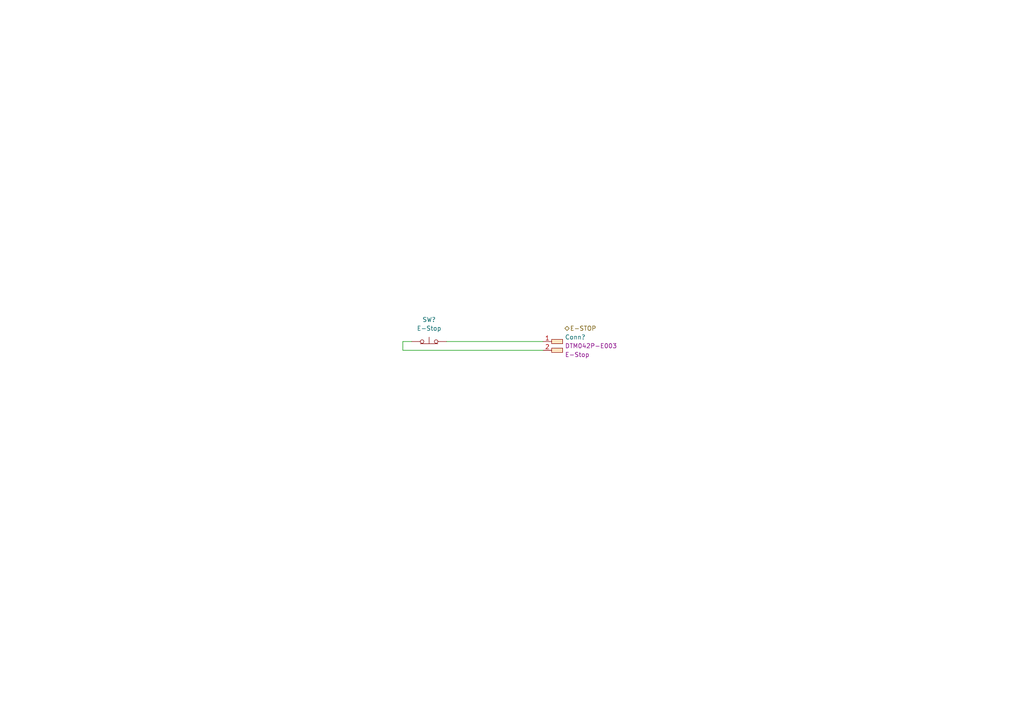
<source format=kicad_sch>
(kicad_sch (version 20231120) (generator "eeschema") (generator_version "8.0")
  (paper "A4")
  (title_block (title "DEVICE - E-STOP"))
  (lib_symbols
    (symbol "Connectors_SUFST:Deutsch_DTM_2P_Pin"
      (property "Reference" "Conn" (at 0 -1.905 0))
      (property "P/N" "DTM042P-E003" (at 0 0 0))
      (symbol "Deutsch_DTM_2P_Pin_0_1"
        (polyline (pts (xy -0.635 -4.445) (xy 1.905 -4.445)))
      )
      (symbol "Deutsch_DTM_2P_Pin_1_1"
        (rectangle (start -3.81 -6.35) (end -0.635 -7.62) (fill (type color) (color 255 229 191 1)))
        (rectangle (start -3.81 -3.81) (end -0.635 -5.08) (fill (type color) (color 255 229 191 1)))
        (pin input line (at 1.905 -6.985 180) (length 2.54) (name "") (number "1"))
        (pin input line (at 1.905 -4.445 180) (length 2.54) (name "") (number "2"))
      )
    )
    (symbol "Switch:SW_Push_Open" (pin_numbers hide) (pin_names (offset 1.016) hide)
      (property "Reference" "SW" (at 0 2.54 0))
      (property "Value" "SW_Push_Open" (at 0 -1.905 0))
      (symbol "SW_Push_Open_0_1"
        (circle (center -2.032 0) (radius 0.508))
        (polyline (pts (xy -2.54 -0.635) (xy 2.54 -0.635)))
        (polyline (pts (xy 0 -0.635) (xy 0 1.27)))
        (circle (center 2.032 0) (radius 0.508))
        (pin passive line (at -5.08 0 0) (length 2.54) (name "A") (number "1"))
      )
      (symbol "SW_Push_Open_1_1"
        (pin passive line (at 5.08 0 180) (length 2.54) (name "B") (number "2"))
      )
    )
  )
  (wire (pts (xy 119.38 99.06) (xy 116.84 99.06)))
  (wire (pts (xy 116.84 101.6) (xy 157.48 101.6)))
  (wire (pts (xy 116.84 99.06) (xy 116.84 101.6)))
  (wire (pts (xy 129.54 99.06) (xy 157.48 99.06)))
  (hierarchical_label "E-STOP" (shape bidirectional) (at 163.83 95.25 0))
  (symbol (lib_id "Switch:SW_Push_Open") (at 124.46 99.06 0) (unit 1)
    (property "Reference" "SW?" (at 124.46 92.71 0))
    (property "Value" "E-Stop" (at 124.46 95.25 0))
  )
  (symbol (lib_id "Connectors_SUFST:Deutsch_DTM_2P_Pin") (at 159.385 106.045 180) (unit 1)
    (property "Reference" "Conn?" (at 163.83 97.79 0) (effects (justify right)))
    (property "Value" "Deutsch_DTM_2P_Pin" (effects (hide yes)))
    (property "P/N" "DTM042P-E003" (at 163.83 100.33 0) (effects (justify right)))
    (property "Conn Name" "E-Stop" (at 163.83 102.87 0) (effects (justify right)))
  )
)
</source>
